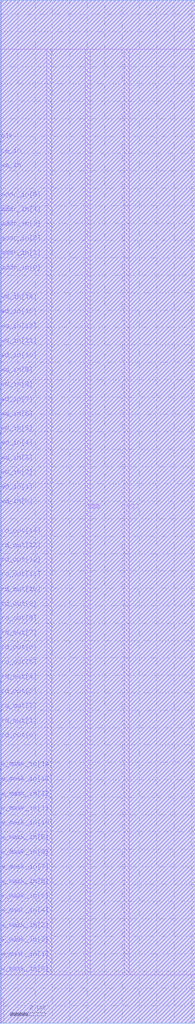
<source format=lef>
VERSION 5.7 ;
BUSBITCHARS "[]" ;
MACRO fakeram45_64x15
  FOREIGN fakeram45_64x15 0 0 ;
  SYMMETRY X Y R90 ;
  SIZE 0.19 BY 1.4 ;
  CLASS BLOCK ;
  PIN w_mask_in[0]
    DIRECTION INPUT ;
    USE SIGNAL ;
    SHAPE ABUTMENT ;
    PORT
      LAYER metal18 ;
      RECT 0.000 2.800 0.070 2.870 ;
    END
  END w_mask_in[0]
  PIN w_mask_in[1]
    DIRECTION INPUT ;
    USE SIGNAL ;
    SHAPE ABUTMENT ;
    PORT
      LAYER metal18 ;
      RECT 0.000 3.640 0.070 3.710 ;
    END
  END w_mask_in[1]
  PIN w_mask_in[2]
    DIRECTION INPUT ;
    USE SIGNAL ;
    SHAPE ABUTMENT ;
    PORT
      LAYER metal18 ;
      RECT 0.000 4.480 0.070 4.550 ;
    END
  END w_mask_in[2]
  PIN w_mask_in[3]
    DIRECTION INPUT ;
    USE SIGNAL ;
    SHAPE ABUTMENT ;
    PORT
      LAYER metal18 ;
      RECT 0.000 5.320 0.070 5.390 ;
    END
  END w_mask_in[3]
  PIN w_mask_in[4]
    DIRECTION INPUT ;
    USE SIGNAL ;
    SHAPE ABUTMENT ;
    PORT
      LAYER metal18 ;
      RECT 0.000 6.160 0.070 6.230 ;
    END
  END w_mask_in[4]
  PIN w_mask_in[5]
    DIRECTION INPUT ;
    USE SIGNAL ;
    SHAPE ABUTMENT ;
    PORT
      LAYER metal18 ;
      RECT 0.000 7.000 0.070 7.070 ;
    END
  END w_mask_in[5]
  PIN w_mask_in[6]
    DIRECTION INPUT ;
    USE SIGNAL ;
    SHAPE ABUTMENT ;
    PORT
      LAYER metal18 ;
      RECT 0.000 7.840 0.070 7.910 ;
    END
  END w_mask_in[6]
  PIN w_mask_in[7]
    DIRECTION INPUT ;
    USE SIGNAL ;
    SHAPE ABUTMENT ;
    PORT
      LAYER metal18 ;
      RECT 0.000 8.680 0.070 8.750 ;
    END
  END w_mask_in[7]
  PIN w_mask_in[8]
    DIRECTION INPUT ;
    USE SIGNAL ;
    SHAPE ABUTMENT ;
    PORT
      LAYER metal18 ;
      RECT 0.000 9.520 0.070 9.590 ;
    END
  END w_mask_in[8]
  PIN w_mask_in[9]
    DIRECTION INPUT ;
    USE SIGNAL ;
    SHAPE ABUTMENT ;
    PORT
      LAYER metal18 ;
      RECT 0.000 10.360 0.070 10.430 ;
    END
  END w_mask_in[9]
  PIN w_mask_in[10]
    DIRECTION INPUT ;
    USE SIGNAL ;
    SHAPE ABUTMENT ;
    PORT
      LAYER metal18 ;
      RECT 0.000 11.200 0.070 11.270 ;
    END
  END w_mask_in[10]
  PIN w_mask_in[11]
    DIRECTION INPUT ;
    USE SIGNAL ;
    SHAPE ABUTMENT ;
    PORT
      LAYER metal18 ;
      RECT 0.000 12.040 0.070 12.110 ;
    END
  END w_mask_in[11]
  PIN w_mask_in[12]
    DIRECTION INPUT ;
    USE SIGNAL ;
    SHAPE ABUTMENT ;
    PORT
      LAYER metal18 ;
      RECT 0.000 12.880 0.070 12.950 ;
    END
  END w_mask_in[12]
  PIN w_mask_in[13]
    DIRECTION INPUT ;
    USE SIGNAL ;
    SHAPE ABUTMENT ;
    PORT
      LAYER metal18 ;
      RECT 0.000 13.720 0.070 13.790 ;
    END
  END w_mask_in[13]
  PIN w_mask_in[14]
    DIRECTION INPUT ;
    USE SIGNAL ;
    SHAPE ABUTMENT ;
    PORT
      LAYER metal18 ;
      RECT 0.000 14.560 0.070 14.630 ;
    END
  END w_mask_in[14]
  PIN rd_out[0]
    DIRECTION OUTPUT ;
    USE SIGNAL ;
    SHAPE ABUTMENT ;
    PORT
      LAYER metal18 ;
      RECT 0.000 16.240 0.070 16.310 ;
    END
  END rd_out[0]
  PIN rd_out[1]
    DIRECTION OUTPUT ;
    USE SIGNAL ;
    SHAPE ABUTMENT ;
    PORT
      LAYER metal18 ;
      RECT 0.000 17.080 0.070 17.150 ;
    END
  END rd_out[1]
  PIN rd_out[2]
    DIRECTION OUTPUT ;
    USE SIGNAL ;
    SHAPE ABUTMENT ;
    PORT
      LAYER metal18 ;
      RECT 0.000 17.920 0.070 17.990 ;
    END
  END rd_out[2]
  PIN rd_out[3]
    DIRECTION OUTPUT ;
    USE SIGNAL ;
    SHAPE ABUTMENT ;
    PORT
      LAYER metal18 ;
      RECT 0.000 18.760 0.070 18.830 ;
    END
  END rd_out[3]
  PIN rd_out[4]
    DIRECTION OUTPUT ;
    USE SIGNAL ;
    SHAPE ABUTMENT ;
    PORT
      LAYER metal18 ;
      RECT 0.000 19.600 0.070 19.670 ;
    END
  END rd_out[4]
  PIN rd_out[5]
    DIRECTION OUTPUT ;
    USE SIGNAL ;
    SHAPE ABUTMENT ;
    PORT
      LAYER metal18 ;
      RECT 0.000 20.440 0.070 20.510 ;
    END
  END rd_out[5]
  PIN rd_out[6]
    DIRECTION OUTPUT ;
    USE SIGNAL ;
    SHAPE ABUTMENT ;
    PORT
      LAYER metal18 ;
      RECT 0.000 21.280 0.070 21.350 ;
    END
  END rd_out[6]
  PIN rd_out[7]
    DIRECTION OUTPUT ;
    USE SIGNAL ;
    SHAPE ABUTMENT ;
    PORT
      LAYER metal18 ;
      RECT 0.000 22.120 0.070 22.190 ;
    END
  END rd_out[7]
  PIN rd_out[8]
    DIRECTION OUTPUT ;
    USE SIGNAL ;
    SHAPE ABUTMENT ;
    PORT
      LAYER metal18 ;
      RECT 0.000 22.960 0.070 23.030 ;
    END
  END rd_out[8]
  PIN rd_out[9]
    DIRECTION OUTPUT ;
    USE SIGNAL ;
    SHAPE ABUTMENT ;
    PORT
      LAYER metal18 ;
      RECT 0.000 23.800 0.070 23.870 ;
    END
  END rd_out[9]
  PIN rd_out[10]
    DIRECTION OUTPUT ;
    USE SIGNAL ;
    SHAPE ABUTMENT ;
    PORT
      LAYER metal18 ;
      RECT 0.000 24.640 0.070 24.710 ;
    END
  END rd_out[10]
  PIN rd_out[11]
    DIRECTION OUTPUT ;
    USE SIGNAL ;
    SHAPE ABUTMENT ;
    PORT
      LAYER metal18 ;
      RECT 0.000 25.480 0.070 25.550 ;
    END
  END rd_out[11]
  PIN rd_out[12]
    DIRECTION OUTPUT ;
    USE SIGNAL ;
    SHAPE ABUTMENT ;
    PORT
      LAYER metal18 ;
      RECT 0.000 26.320 0.070 26.390 ;
    END
  END rd_out[12]
  PIN rd_out[13]
    DIRECTION OUTPUT ;
    USE SIGNAL ;
    SHAPE ABUTMENT ;
    PORT
      LAYER metal18 ;
      RECT 0.000 27.160 0.070 27.230 ;
    END
  END rd_out[13]
  PIN rd_out[14]
    DIRECTION OUTPUT ;
    USE SIGNAL ;
    SHAPE ABUTMENT ;
    PORT
      LAYER metal18 ;
      RECT 0.000 28.000 0.070 28.070 ;
    END
  END rd_out[14]
  PIN wd_in[0]
    DIRECTION INPUT ;
    USE SIGNAL ;
    SHAPE ABUTMENT ;
    PORT
      LAYER metal18 ;
      RECT 0.000 29.680 0.070 29.750 ;
    END
  END wd_in[0]
  PIN wd_in[1]
    DIRECTION INPUT ;
    USE SIGNAL ;
    SHAPE ABUTMENT ;
    PORT
      LAYER metal18 ;
      RECT 0.000 30.520 0.070 30.590 ;
    END
  END wd_in[1]
  PIN wd_in[2]
    DIRECTION INPUT ;
    USE SIGNAL ;
    SHAPE ABUTMENT ;
    PORT
      LAYER metal18 ;
      RECT 0.000 31.360 0.070 31.430 ;
    END
  END wd_in[2]
  PIN wd_in[3]
    DIRECTION INPUT ;
    USE SIGNAL ;
    SHAPE ABUTMENT ;
    PORT
      LAYER metal18 ;
      RECT 0.000 32.200 0.070 32.270 ;
    END
  END wd_in[3]
  PIN wd_in[4]
    DIRECTION INPUT ;
    USE SIGNAL ;
    SHAPE ABUTMENT ;
    PORT
      LAYER metal18 ;
      RECT 0.000 33.040 0.070 33.110 ;
    END
  END wd_in[4]
  PIN wd_in[5]
    DIRECTION INPUT ;
    USE SIGNAL ;
    SHAPE ABUTMENT ;
    PORT
      LAYER metal18 ;
      RECT 0.000 33.880 0.070 33.950 ;
    END
  END wd_in[5]
  PIN wd_in[6]
    DIRECTION INPUT ;
    USE SIGNAL ;
    SHAPE ABUTMENT ;
    PORT
      LAYER metal18 ;
      RECT 0.000 34.720 0.070 34.790 ;
    END
  END wd_in[6]
  PIN wd_in[7]
    DIRECTION INPUT ;
    USE SIGNAL ;
    SHAPE ABUTMENT ;
    PORT
      LAYER metal18 ;
      RECT 0.000 35.560 0.070 35.630 ;
    END
  END wd_in[7]
  PIN wd_in[8]
    DIRECTION INPUT ;
    USE SIGNAL ;
    SHAPE ABUTMENT ;
    PORT
      LAYER metal18 ;
      RECT 0.000 36.400 0.070 36.470 ;
    END
  END wd_in[8]
  PIN wd_in[9]
    DIRECTION INPUT ;
    USE SIGNAL ;
    SHAPE ABUTMENT ;
    PORT
      LAYER metal18 ;
      RECT 0.000 37.240 0.070 37.310 ;
    END
  END wd_in[9]
  PIN wd_in[10]
    DIRECTION INPUT ;
    USE SIGNAL ;
    SHAPE ABUTMENT ;
    PORT
      LAYER metal18 ;
      RECT 0.000 38.080 0.070 38.150 ;
    END
  END wd_in[10]
  PIN wd_in[11]
    DIRECTION INPUT ;
    USE SIGNAL ;
    SHAPE ABUTMENT ;
    PORT
      LAYER metal18 ;
      RECT 0.000 38.920 0.070 38.990 ;
    END
  END wd_in[11]
  PIN wd_in[12]
    DIRECTION INPUT ;
    USE SIGNAL ;
    SHAPE ABUTMENT ;
    PORT
      LAYER metal18 ;
      RECT 0.000 39.760 0.070 39.830 ;
    END
  END wd_in[12]
  PIN wd_in[13]
    DIRECTION INPUT ;
    USE SIGNAL ;
    SHAPE ABUTMENT ;
    PORT
      LAYER metal18 ;
      RECT 0.000 40.600 0.070 40.670 ;
    END
  END wd_in[13]
  PIN wd_in[14]
    DIRECTION INPUT ;
    USE SIGNAL ;
    SHAPE ABUTMENT ;
    PORT
      LAYER metal18 ;
      RECT 0.000 41.440 0.070 41.510 ;
    END
  END wd_in[14]
  PIN addr_in[0]
    DIRECTION INPUT ;
    USE SIGNAL ;
    SHAPE ABUTMENT ;
    PORT
      LAYER metal18 ;
      RECT 0.000 43.120 0.070 43.190 ;
    END
  END addr_in[0]
  PIN addr_in[1]
    DIRECTION INPUT ;
    USE SIGNAL ;
    SHAPE ABUTMENT ;
    PORT
      LAYER metal18 ;
      RECT 0.000 43.960 0.070 44.030 ;
    END
  END addr_in[1]
  PIN addr_in[2]
    DIRECTION INPUT ;
    USE SIGNAL ;
    SHAPE ABUTMENT ;
    PORT
      LAYER metal18 ;
      RECT 0.000 44.800 0.070 44.870 ;
    END
  END addr_in[2]
  PIN addr_in[3]
    DIRECTION INPUT ;
    USE SIGNAL ;
    SHAPE ABUTMENT ;
    PORT
      LAYER metal18 ;
      RECT 0.000 45.640 0.070 45.710 ;
    END
  END addr_in[3]
  PIN addr_in[4]
    DIRECTION INPUT ;
    USE SIGNAL ;
    SHAPE ABUTMENT ;
    PORT
      LAYER metal18 ;
      RECT 0.000 46.480 0.070 46.550 ;
    END
  END addr_in[4]
  PIN addr_in[5]
    DIRECTION INPUT ;
    USE SIGNAL ;
    SHAPE ABUTMENT ;
    PORT
      LAYER metal18 ;
      RECT 0.000 47.320 0.070 47.390 ;
    END
  END addr_in[5]
  PIN we_in
    DIRECTION INPUT ;
    USE SIGNAL ;
    SHAPE ABUTMENT ;
    PORT
      LAYER metal18 ;
      RECT 0.000 49.000 0.070 49.070 ;
    END
  END we_in
  PIN ce_in
    DIRECTION INPUT ;
    USE SIGNAL ;
    SHAPE ABUTMENT ;
    PORT
      LAYER metal18 ;
      RECT 0.000 49.840 0.070 49.910 ;
    END
  END ce_in
  PIN clk
    DIRECTION INPUT ;
    USE SIGNAL ;
    SHAPE ABUTMENT ;
    PORT
      LAYER metal18 ;
      RECT 0.000 50.680 0.070 50.750 ;
    END
  END clk
  PIN VSS
    DIRECTION INOUT ;
    USE GROUND ;
    PORT
      LAYER metal17 ;
      RECT 2.660 2.800 2.940 56.000 ;
      RECT 7.140 2.800 7.420 56.000 ;
    END
  END VSS
  PIN VDD
    DIRECTION INOUT ;
    USE POWER ;
    PORT
      LAYER metal17 ;
      RECT 4.900 2.800 5.180 56.000 ;
    END
  END VDD
  OBS
    LAYER metal20 ;
    RECT 0 0 11.210 58.800 ;
    LAYER metal19 ;
    RECT 0 0 11.210 58.800 ;
    LAYER metal18 ;
    RECT 0.070 0 11.210 58.800 ;
    RECT 0 0.000 0.070 2.800 ;
    RECT 0 2.870 0.070 3.640 ;
    RECT 0 3.710 0.070 4.480 ;
    RECT 0 4.550 0.070 5.320 ;
    RECT 0 5.390 0.070 6.160 ;
    RECT 0 6.230 0.070 7.000 ;
    RECT 0 7.070 0.070 7.840 ;
    RECT 0 7.910 0.070 8.680 ;
    RECT 0 8.750 0.070 9.520 ;
    RECT 0 9.590 0.070 10.360 ;
    RECT 0 10.430 0.070 11.200 ;
    RECT 0 11.270 0.070 12.040 ;
    RECT 0 12.110 0.070 12.880 ;
    RECT 0 12.950 0.070 13.720 ;
    RECT 0 13.790 0.070 14.560 ;
    RECT 0 14.630 0.070 16.240 ;
    RECT 0 16.310 0.070 17.080 ;
    RECT 0 17.150 0.070 17.920 ;
    RECT 0 17.990 0.070 18.760 ;
    RECT 0 18.830 0.070 19.600 ;
    RECT 0 19.670 0.070 20.440 ;
    RECT 0 20.510 0.070 21.280 ;
    RECT 0 21.350 0.070 22.120 ;
    RECT 0 22.190 0.070 22.960 ;
    RECT 0 23.030 0.070 23.800 ;
    RECT 0 23.870 0.070 24.640 ;
    RECT 0 24.710 0.070 25.480 ;
    RECT 0 25.550 0.070 26.320 ;
    RECT 0 26.390 0.070 27.160 ;
    RECT 0 27.230 0.070 28.000 ;
    RECT 0 28.070 0.070 29.680 ;
    RECT 0 29.750 0.070 30.520 ;
    RECT 0 30.590 0.070 31.360 ;
    RECT 0 31.430 0.070 32.200 ;
    RECT 0 32.270 0.070 33.040 ;
    RECT 0 33.110 0.070 33.880 ;
    RECT 0 33.950 0.070 34.720 ;
    RECT 0 34.790 0.070 35.560 ;
    RECT 0 35.630 0.070 36.400 ;
    RECT 0 36.470 0.070 37.240 ;
    RECT 0 37.310 0.070 38.080 ;
    RECT 0 38.150 0.070 38.920 ;
    RECT 0 38.990 0.070 39.760 ;
    RECT 0 39.830 0.070 40.600 ;
    RECT 0 40.670 0.070 41.440 ;
    RECT 0 41.510 0.070 43.120 ;
    RECT 0 43.190 0.070 43.960 ;
    RECT 0 44.030 0.070 44.800 ;
    RECT 0 44.870 0.070 45.640 ;
    RECT 0 45.710 0.070 46.480 ;
    RECT 0 46.550 0.070 47.320 ;
    RECT 0 47.390 0.070 49.000 ;
    RECT 0 49.070 0.070 49.840 ;
    RECT 0 49.910 0.070 50.680 ;
    RECT 0 50.750 0.070 58.800 ;
    LAYER metal17 ;
    RECT 0 0 11.210 2.800 ;
    RECT 0 56.000 11.210 58.800 ;
    RECT 0.000 2.800 2.660 56.000 ;
    RECT 2.940 2.800 4.900 56.000 ;
    RECT 5.180 2.800 7.140 56.000 ;
    RECT 7.420 2.800 11.210 56.000 ;
  END
END fakeram45_64x15

END LIBRARY

</source>
